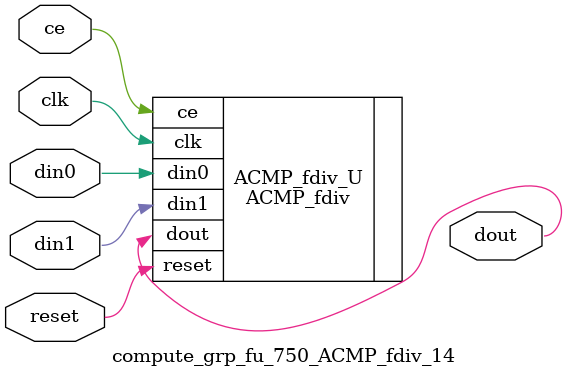
<source format=v>

`timescale 1 ns / 1 ps
module compute_grp_fu_750_ACMP_fdiv_14(
    clk,
    reset,
    ce,
    din0,
    din1,
    dout);

parameter ID = 32'd1;
parameter NUM_STAGE = 32'd1;
parameter din0_WIDTH = 32'd1;
parameter din1_WIDTH = 32'd1;
parameter dout_WIDTH = 32'd1;
input clk;
input reset;
input ce;
input[din0_WIDTH - 1:0] din0;
input[din1_WIDTH - 1:0] din1;
output[dout_WIDTH - 1:0] dout;



ACMP_fdiv #(
.ID( ID ),
.NUM_STAGE( 10 ),
.din0_WIDTH( din0_WIDTH ),
.din1_WIDTH( din1_WIDTH ),
.dout_WIDTH( dout_WIDTH ))
ACMP_fdiv_U(
    .clk( clk ),
    .reset( reset ),
    .ce( ce ),
    .din0( din0 ),
    .din1( din1 ),
    .dout( dout ));

endmodule

</source>
